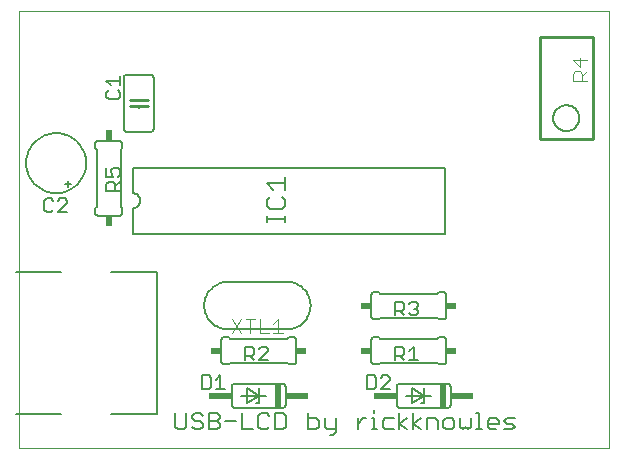
<source format=gto>
G75*
G70*
%OFA0B0*%
%FSLAX24Y24*%
%IPPOS*%
%LPD*%
%AMOC8*
5,1,8,0,0,1.08239X$1,22.5*
%
%ADD10C,0.0000*%
%ADD11C,0.0050*%
%ADD12C,0.0060*%
%ADD13R,0.0340X0.0240*%
%ADD14C,0.0040*%
%ADD15C,0.0070*%
%ADD16C,0.0100*%
%ADD17R,0.0200X0.0800*%
%ADD18R,0.0750X0.0200*%
%ADD19R,0.0240X0.0340*%
%ADD20C,0.0080*%
D10*
X001774Y000181D02*
X001774Y014748D01*
X021459Y014748D01*
X021459Y000181D01*
X001774Y000181D01*
D11*
X006999Y000898D02*
X007091Y000806D01*
X007274Y000806D01*
X007366Y000898D01*
X007366Y001357D01*
X007551Y001265D02*
X007551Y001173D01*
X007643Y001082D01*
X007826Y001082D01*
X007918Y000990D01*
X007918Y000898D01*
X007826Y000806D01*
X007643Y000806D01*
X007551Y000898D01*
X007551Y001265D02*
X007643Y001357D01*
X007826Y001357D01*
X007918Y001265D01*
X008104Y001357D02*
X008379Y001357D01*
X008471Y001265D01*
X008471Y001173D01*
X008379Y001082D01*
X008104Y001082D01*
X008379Y001082D02*
X008471Y000990D01*
X008471Y000898D01*
X008379Y000806D01*
X008104Y000806D01*
X008104Y001357D01*
X008656Y001082D02*
X009023Y001082D01*
X009209Y001357D02*
X009209Y000806D01*
X009576Y000806D01*
X009761Y000898D02*
X009853Y000806D01*
X010036Y000806D01*
X010128Y000898D01*
X010314Y000806D02*
X010589Y000806D01*
X010680Y000898D01*
X010680Y001265D01*
X010589Y001357D01*
X010314Y001357D01*
X010314Y000806D01*
X010128Y001265D02*
X010036Y001357D01*
X009853Y001357D01*
X009761Y001265D01*
X009761Y000898D01*
X011418Y000806D02*
X011694Y000806D01*
X011785Y000898D01*
X011785Y001082D01*
X011694Y001173D01*
X011418Y001173D01*
X011418Y001357D02*
X011418Y000806D01*
X011971Y000898D02*
X012063Y000806D01*
X012338Y000806D01*
X012338Y000715D02*
X012246Y000623D01*
X012154Y000623D01*
X012338Y000715D02*
X012338Y001173D01*
X011971Y001173D02*
X011971Y000898D01*
X013076Y000806D02*
X013076Y001173D01*
X013076Y000990D02*
X013259Y001173D01*
X013351Y001173D01*
X013536Y001173D02*
X013628Y001173D01*
X013628Y000806D01*
X013536Y000806D02*
X013720Y000806D01*
X013904Y000898D02*
X013996Y000806D01*
X014271Y000806D01*
X014457Y000806D02*
X014457Y001357D01*
X014271Y001173D02*
X013996Y001173D01*
X013904Y001082D01*
X013904Y000898D01*
X014457Y000990D02*
X014732Y001173D01*
X014917Y000990D02*
X015192Y001173D01*
X015378Y001173D02*
X015653Y001173D01*
X015744Y001082D01*
X015744Y000806D01*
X015930Y000898D02*
X016022Y000806D01*
X016205Y000806D01*
X016297Y000898D01*
X016297Y001082D01*
X016205Y001173D01*
X016022Y001173D01*
X015930Y001082D01*
X015930Y000898D01*
X016482Y000898D02*
X016574Y000806D01*
X016666Y000898D01*
X016758Y000806D01*
X016849Y000898D01*
X016849Y001173D01*
X017035Y001357D02*
X017127Y001357D01*
X017127Y000806D01*
X017218Y000806D02*
X017035Y000806D01*
X017403Y000898D02*
X017403Y001082D01*
X017495Y001173D01*
X017678Y001173D01*
X017770Y001082D01*
X017770Y000990D01*
X017403Y000990D01*
X017403Y000898D02*
X017495Y000806D01*
X017678Y000806D01*
X017956Y000806D02*
X018231Y000806D01*
X018323Y000898D01*
X018231Y000990D01*
X018047Y000990D01*
X017956Y001082D01*
X018047Y001173D01*
X018323Y001173D01*
X016482Y001173D02*
X016482Y000898D01*
X015378Y000806D02*
X015378Y001173D01*
X015192Y000806D02*
X014917Y000990D01*
X014917Y000806D02*
X014917Y001357D01*
X014732Y000806D02*
X014457Y000990D01*
X013628Y001357D02*
X013628Y001449D01*
X013603Y002156D02*
X013378Y002156D01*
X013378Y002607D01*
X013603Y002607D01*
X013678Y002532D01*
X013678Y002231D01*
X013603Y002156D01*
X013838Y002156D02*
X014139Y002457D01*
X014139Y002532D01*
X014064Y002607D01*
X013914Y002607D01*
X013838Y002532D01*
X013838Y002156D02*
X014139Y002156D01*
X014328Y003106D02*
X014328Y003557D01*
X014553Y003557D01*
X014628Y003482D01*
X014628Y003332D01*
X014553Y003257D01*
X014328Y003257D01*
X014478Y003257D02*
X014628Y003106D01*
X014788Y003106D02*
X015089Y003106D01*
X014939Y003106D02*
X014939Y003557D01*
X014788Y003407D01*
X014864Y004606D02*
X014788Y004681D01*
X014864Y004606D02*
X015014Y004606D01*
X015089Y004681D01*
X015089Y004757D01*
X015014Y004832D01*
X014939Y004832D01*
X015014Y004832D02*
X015089Y004907D01*
X015089Y004982D01*
X015014Y005057D01*
X014864Y005057D01*
X014788Y004982D01*
X014628Y004982D02*
X014628Y004832D01*
X014553Y004757D01*
X014328Y004757D01*
X014478Y004757D02*
X014628Y004606D01*
X014328Y004606D02*
X014328Y005057D01*
X014553Y005057D01*
X014628Y004982D01*
X010719Y005718D02*
X010774Y005716D01*
X010829Y005710D01*
X010883Y005701D01*
X010936Y005688D01*
X010988Y005671D01*
X011039Y005650D01*
X011088Y005626D01*
X011136Y005598D01*
X011182Y005568D01*
X011225Y005534D01*
X011266Y005497D01*
X011304Y005458D01*
X011339Y005416D01*
X011371Y005371D01*
X011401Y005325D01*
X011426Y005276D01*
X011449Y005226D01*
X011467Y005174D01*
X011483Y005121D01*
X011494Y005068D01*
X011502Y005013D01*
X011506Y004958D01*
X011506Y004904D01*
X011502Y004849D01*
X011494Y004794D01*
X011483Y004741D01*
X011467Y004688D01*
X011449Y004636D01*
X011426Y004586D01*
X011401Y004538D01*
X011371Y004491D01*
X011339Y004446D01*
X011304Y004404D01*
X011266Y004365D01*
X011225Y004328D01*
X011182Y004294D01*
X011136Y004264D01*
X011088Y004236D01*
X011039Y004212D01*
X010988Y004191D01*
X010936Y004174D01*
X010883Y004161D01*
X010829Y004152D01*
X010774Y004146D01*
X010719Y004144D01*
X008750Y004144D01*
X009328Y003557D02*
X009553Y003557D01*
X009628Y003482D01*
X009628Y003332D01*
X009553Y003257D01*
X009328Y003257D01*
X009478Y003257D02*
X009628Y003106D01*
X009788Y003106D02*
X010089Y003407D01*
X010089Y003482D01*
X010014Y003557D01*
X009864Y003557D01*
X009788Y003482D01*
X009788Y003106D02*
X010089Y003106D01*
X009328Y003106D02*
X009328Y003557D01*
X008489Y002607D02*
X008489Y002156D01*
X008639Y002156D02*
X008338Y002156D01*
X008178Y002231D02*
X008178Y002532D01*
X008103Y002607D01*
X007878Y002607D01*
X007878Y002156D01*
X008103Y002156D01*
X008178Y002231D01*
X008338Y002457D02*
X008489Y002607D01*
X006999Y001357D02*
X006999Y000898D01*
X008750Y004144D02*
X008695Y004146D01*
X008640Y004152D01*
X008586Y004161D01*
X008533Y004174D01*
X008481Y004191D01*
X008430Y004212D01*
X008381Y004236D01*
X008333Y004264D01*
X008287Y004294D01*
X008244Y004328D01*
X008203Y004365D01*
X008165Y004404D01*
X008130Y004446D01*
X008098Y004491D01*
X008068Y004537D01*
X008043Y004586D01*
X008020Y004636D01*
X008002Y004688D01*
X007986Y004741D01*
X007975Y004794D01*
X007967Y004849D01*
X007963Y004904D01*
X007963Y004958D01*
X007967Y005013D01*
X007975Y005068D01*
X007986Y005121D01*
X008002Y005174D01*
X008020Y005226D01*
X008043Y005276D01*
X008068Y005324D01*
X008098Y005371D01*
X008130Y005416D01*
X008165Y005458D01*
X008203Y005497D01*
X008244Y005534D01*
X008287Y005568D01*
X008333Y005598D01*
X008381Y005626D01*
X008430Y005650D01*
X008481Y005671D01*
X008533Y005688D01*
X008586Y005701D01*
X008640Y005710D01*
X008695Y005716D01*
X008750Y005718D01*
X008750Y005719D02*
X010719Y005719D01*
X005149Y008756D02*
X004699Y008756D01*
X004699Y008982D01*
X004774Y009057D01*
X004924Y009057D01*
X004999Y008982D01*
X004999Y008756D01*
X004999Y008907D02*
X005149Y009057D01*
X005074Y009217D02*
X005149Y009292D01*
X005149Y009442D01*
X005074Y009517D01*
X004924Y009517D01*
X004849Y009442D01*
X004849Y009367D01*
X004924Y009217D01*
X004699Y009217D01*
X004699Y009517D01*
X003389Y008432D02*
X003314Y008507D01*
X003164Y008507D01*
X003088Y008432D01*
X002928Y008432D02*
X002853Y008507D01*
X002703Y008507D01*
X002628Y008432D01*
X002628Y008131D01*
X002703Y008056D01*
X002853Y008056D01*
X002928Y008131D01*
X003088Y008056D02*
X003389Y008357D01*
X003389Y008432D01*
X003389Y008056D02*
X003088Y008056D01*
X004774Y011806D02*
X005074Y011806D01*
X005149Y011881D01*
X005149Y012032D01*
X005074Y012107D01*
X005149Y012267D02*
X005149Y012567D01*
X005149Y012417D02*
X004699Y012417D01*
X004849Y012267D01*
X004774Y012107D02*
X004699Y012032D01*
X004699Y011881D01*
X004774Y011806D01*
D12*
X005274Y012531D02*
X005274Y010831D01*
X005276Y010814D01*
X005280Y010797D01*
X005287Y010781D01*
X005297Y010767D01*
X005310Y010754D01*
X005324Y010744D01*
X005340Y010737D01*
X005357Y010733D01*
X005374Y010731D01*
X006174Y010731D01*
X006191Y010733D01*
X006208Y010737D01*
X006224Y010744D01*
X006238Y010754D01*
X006251Y010767D01*
X006261Y010781D01*
X006268Y010797D01*
X006272Y010814D01*
X006274Y010831D01*
X006274Y012531D01*
X006272Y012548D01*
X006268Y012565D01*
X006261Y012581D01*
X006251Y012595D01*
X006238Y012608D01*
X006224Y012618D01*
X006208Y012625D01*
X006191Y012629D01*
X006174Y012631D01*
X005374Y012631D01*
X005357Y012629D01*
X005340Y012625D01*
X005324Y012618D01*
X005310Y012608D01*
X005297Y012595D01*
X005287Y012581D01*
X005280Y012565D01*
X005276Y012548D01*
X005274Y012531D01*
X005774Y011831D02*
X005774Y011781D01*
X005774Y011581D02*
X005774Y011531D01*
X005124Y010431D02*
X004424Y010431D01*
X004407Y010429D01*
X004390Y010425D01*
X004374Y010418D01*
X004360Y010408D01*
X004347Y010395D01*
X004337Y010381D01*
X004330Y010365D01*
X004326Y010348D01*
X004324Y010331D01*
X004324Y010181D01*
X004374Y010131D01*
X004374Y008231D01*
X004324Y008181D01*
X004324Y008031D01*
X004326Y008014D01*
X004330Y007997D01*
X004337Y007981D01*
X004347Y007967D01*
X004360Y007954D01*
X004374Y007944D01*
X004390Y007937D01*
X004407Y007933D01*
X004424Y007931D01*
X005124Y007931D01*
X005141Y007933D01*
X005158Y007937D01*
X005174Y007944D01*
X005188Y007954D01*
X005201Y007967D01*
X005211Y007981D01*
X005218Y007997D01*
X005222Y008014D01*
X005224Y008031D01*
X005224Y008181D01*
X005174Y008231D01*
X005174Y010131D01*
X005224Y010181D01*
X005224Y010331D01*
X005222Y010348D01*
X005218Y010365D01*
X005211Y010381D01*
X005201Y010395D01*
X005188Y010408D01*
X005174Y010418D01*
X005158Y010425D01*
X005141Y010429D01*
X005124Y010431D01*
X005574Y009531D02*
X015974Y009531D01*
X015974Y007331D01*
X005574Y007331D01*
X005574Y008181D01*
X005604Y008183D01*
X005634Y008188D01*
X005663Y008197D01*
X005690Y008210D01*
X005716Y008225D01*
X005740Y008244D01*
X005761Y008265D01*
X005780Y008289D01*
X005795Y008315D01*
X005808Y008342D01*
X005817Y008371D01*
X005822Y008401D01*
X005824Y008431D01*
X005822Y008461D01*
X005817Y008491D01*
X005808Y008520D01*
X005795Y008547D01*
X005780Y008573D01*
X005761Y008597D01*
X005740Y008618D01*
X005716Y008637D01*
X005690Y008652D01*
X005663Y008665D01*
X005634Y008674D01*
X005604Y008679D01*
X005574Y008681D01*
X005574Y009531D01*
X003524Y008981D02*
X003324Y008981D01*
X003424Y009081D02*
X003424Y008881D01*
X002024Y009681D02*
X002026Y009744D01*
X002032Y009806D01*
X002042Y009868D01*
X002055Y009930D01*
X002073Y009990D01*
X002094Y010049D01*
X002119Y010107D01*
X002148Y010163D01*
X002180Y010217D01*
X002215Y010269D01*
X002253Y010318D01*
X002295Y010366D01*
X002339Y010410D01*
X002387Y010452D01*
X002436Y010490D01*
X002488Y010525D01*
X002542Y010557D01*
X002598Y010586D01*
X002656Y010611D01*
X002715Y010632D01*
X002775Y010650D01*
X002837Y010663D01*
X002899Y010673D01*
X002961Y010679D01*
X003024Y010681D01*
X003087Y010679D01*
X003149Y010673D01*
X003211Y010663D01*
X003273Y010650D01*
X003333Y010632D01*
X003392Y010611D01*
X003450Y010586D01*
X003506Y010557D01*
X003560Y010525D01*
X003612Y010490D01*
X003661Y010452D01*
X003709Y010410D01*
X003753Y010366D01*
X003795Y010318D01*
X003833Y010269D01*
X003868Y010217D01*
X003900Y010163D01*
X003929Y010107D01*
X003954Y010049D01*
X003975Y009990D01*
X003993Y009930D01*
X004006Y009868D01*
X004016Y009806D01*
X004022Y009744D01*
X004024Y009681D01*
X004022Y009618D01*
X004016Y009556D01*
X004006Y009494D01*
X003993Y009432D01*
X003975Y009372D01*
X003954Y009313D01*
X003929Y009255D01*
X003900Y009199D01*
X003868Y009145D01*
X003833Y009093D01*
X003795Y009044D01*
X003753Y008996D01*
X003709Y008952D01*
X003661Y008910D01*
X003612Y008872D01*
X003560Y008837D01*
X003506Y008805D01*
X003450Y008776D01*
X003392Y008751D01*
X003333Y008730D01*
X003273Y008712D01*
X003211Y008699D01*
X003149Y008689D01*
X003087Y008683D01*
X003024Y008681D01*
X002961Y008683D01*
X002899Y008689D01*
X002837Y008699D01*
X002775Y008712D01*
X002715Y008730D01*
X002656Y008751D01*
X002598Y008776D01*
X002542Y008805D01*
X002488Y008837D01*
X002436Y008872D01*
X002387Y008910D01*
X002339Y008952D01*
X002295Y008996D01*
X002253Y009044D01*
X002215Y009093D01*
X002180Y009145D01*
X002148Y009199D01*
X002119Y009255D01*
X002094Y009313D01*
X002073Y009372D01*
X002055Y009432D01*
X002042Y009494D01*
X002032Y009556D01*
X002026Y009618D01*
X002024Y009681D01*
X008624Y003881D02*
X008774Y003881D01*
X008824Y003831D01*
X010724Y003831D01*
X010774Y003881D01*
X010924Y003881D01*
X010941Y003879D01*
X010958Y003875D01*
X010974Y003868D01*
X010988Y003858D01*
X011001Y003845D01*
X011011Y003831D01*
X011018Y003815D01*
X011022Y003798D01*
X011024Y003781D01*
X011024Y003081D01*
X011022Y003064D01*
X011018Y003047D01*
X011011Y003031D01*
X011001Y003017D01*
X010988Y003004D01*
X010974Y002994D01*
X010958Y002987D01*
X010941Y002983D01*
X010924Y002981D01*
X010774Y002981D01*
X010724Y003031D01*
X008824Y003031D01*
X008774Y002981D01*
X008624Y002981D01*
X008607Y002983D01*
X008590Y002987D01*
X008574Y002994D01*
X008560Y003004D01*
X008547Y003017D01*
X008537Y003031D01*
X008530Y003047D01*
X008526Y003064D01*
X008524Y003081D01*
X008524Y003781D01*
X008526Y003798D01*
X008530Y003815D01*
X008537Y003831D01*
X008547Y003845D01*
X008560Y003858D01*
X008574Y003868D01*
X008590Y003875D01*
X008607Y003879D01*
X008624Y003881D01*
X008974Y002331D02*
X010574Y002331D01*
X010591Y002329D01*
X010608Y002325D01*
X010624Y002318D01*
X010638Y002308D01*
X010651Y002295D01*
X010661Y002281D01*
X010668Y002265D01*
X010672Y002248D01*
X010674Y002231D01*
X010674Y001631D01*
X010672Y001614D01*
X010668Y001597D01*
X010661Y001581D01*
X010651Y001567D01*
X010638Y001554D01*
X010624Y001544D01*
X010608Y001537D01*
X010591Y001533D01*
X010574Y001531D01*
X008974Y001531D01*
X008957Y001533D01*
X008940Y001537D01*
X008924Y001544D01*
X008910Y001554D01*
X008897Y001567D01*
X008887Y001581D01*
X008880Y001597D01*
X008876Y001614D01*
X008874Y001631D01*
X008874Y002231D01*
X008876Y002248D01*
X008880Y002265D01*
X008887Y002281D01*
X008897Y002295D01*
X008910Y002308D01*
X008924Y002318D01*
X008940Y002325D01*
X008957Y002329D01*
X008974Y002331D01*
X009374Y002181D02*
X009774Y001931D01*
X009774Y001681D01*
X009674Y001681D01*
X009774Y001931D02*
X009774Y002181D01*
X009774Y001931D02*
X009374Y001681D01*
X009374Y002181D01*
X009174Y001931D02*
X009774Y001931D01*
X010024Y001931D01*
X013524Y003081D02*
X013524Y003781D01*
X013526Y003798D01*
X013530Y003815D01*
X013537Y003831D01*
X013547Y003845D01*
X013560Y003858D01*
X013574Y003868D01*
X013590Y003875D01*
X013607Y003879D01*
X013624Y003881D01*
X013774Y003881D01*
X013824Y003831D01*
X015724Y003831D01*
X015774Y003881D01*
X015924Y003881D01*
X015941Y003879D01*
X015958Y003875D01*
X015974Y003868D01*
X015988Y003858D01*
X016001Y003845D01*
X016011Y003831D01*
X016018Y003815D01*
X016022Y003798D01*
X016024Y003781D01*
X016024Y003081D01*
X016022Y003064D01*
X016018Y003047D01*
X016011Y003031D01*
X016001Y003017D01*
X015988Y003004D01*
X015974Y002994D01*
X015958Y002987D01*
X015941Y002983D01*
X015924Y002981D01*
X015774Y002981D01*
X015724Y003031D01*
X013824Y003031D01*
X013774Y002981D01*
X013624Y002981D01*
X013607Y002983D01*
X013590Y002987D01*
X013574Y002994D01*
X013560Y003004D01*
X013547Y003017D01*
X013537Y003031D01*
X013530Y003047D01*
X013526Y003064D01*
X013524Y003081D01*
X014474Y002331D02*
X016074Y002331D01*
X016091Y002329D01*
X016108Y002325D01*
X016124Y002318D01*
X016138Y002308D01*
X016151Y002295D01*
X016161Y002281D01*
X016168Y002265D01*
X016172Y002248D01*
X016174Y002231D01*
X016174Y001631D01*
X016172Y001614D01*
X016168Y001597D01*
X016161Y001581D01*
X016151Y001567D01*
X016138Y001554D01*
X016124Y001544D01*
X016108Y001537D01*
X016091Y001533D01*
X016074Y001531D01*
X014474Y001531D01*
X014457Y001533D01*
X014440Y001537D01*
X014424Y001544D01*
X014410Y001554D01*
X014397Y001567D01*
X014387Y001581D01*
X014380Y001597D01*
X014376Y001614D01*
X014374Y001631D01*
X014374Y002231D01*
X014376Y002248D01*
X014380Y002265D01*
X014387Y002281D01*
X014397Y002295D01*
X014410Y002308D01*
X014424Y002318D01*
X014440Y002325D01*
X014457Y002329D01*
X014474Y002331D01*
X014874Y002181D02*
X015274Y001931D01*
X015274Y001681D01*
X015174Y001681D01*
X015274Y001931D02*
X015274Y002181D01*
X015274Y001931D02*
X014874Y001681D01*
X014874Y002181D01*
X014674Y001931D02*
X015274Y001931D01*
X015524Y001931D01*
X015774Y004481D02*
X015724Y004531D01*
X013824Y004531D01*
X013774Y004481D01*
X013624Y004481D01*
X013607Y004483D01*
X013590Y004487D01*
X013574Y004494D01*
X013560Y004504D01*
X013547Y004517D01*
X013537Y004531D01*
X013530Y004547D01*
X013526Y004564D01*
X013524Y004581D01*
X013524Y005281D01*
X013526Y005298D01*
X013530Y005315D01*
X013537Y005331D01*
X013547Y005345D01*
X013560Y005358D01*
X013574Y005368D01*
X013590Y005375D01*
X013607Y005379D01*
X013624Y005381D01*
X013774Y005381D01*
X013824Y005331D01*
X015724Y005331D01*
X015774Y005381D01*
X015924Y005381D01*
X015941Y005379D01*
X015958Y005375D01*
X015974Y005368D01*
X015988Y005358D01*
X016001Y005345D01*
X016011Y005331D01*
X016018Y005315D01*
X016022Y005298D01*
X016024Y005281D01*
X016024Y004581D01*
X016022Y004564D01*
X016018Y004547D01*
X016011Y004531D01*
X016001Y004517D01*
X015988Y004504D01*
X015974Y004494D01*
X015958Y004487D01*
X015941Y004483D01*
X015924Y004481D01*
X015774Y004481D01*
X019590Y011177D02*
X019592Y011218D01*
X019598Y011259D01*
X019608Y011299D01*
X019621Y011338D01*
X019638Y011376D01*
X019659Y011412D01*
X019683Y011445D01*
X019710Y011476D01*
X019740Y011505D01*
X019772Y011531D01*
X019807Y011553D01*
X019844Y011572D01*
X019882Y011587D01*
X019922Y011599D01*
X019962Y011607D01*
X020003Y011611D01*
X020045Y011611D01*
X020086Y011607D01*
X020126Y011599D01*
X020166Y011587D01*
X020204Y011572D01*
X020241Y011553D01*
X020276Y011531D01*
X020308Y011505D01*
X020338Y011476D01*
X020365Y011445D01*
X020389Y011412D01*
X020410Y011376D01*
X020427Y011338D01*
X020440Y011299D01*
X020450Y011259D01*
X020456Y011218D01*
X020458Y011177D01*
X020456Y011136D01*
X020450Y011095D01*
X020440Y011055D01*
X020427Y011016D01*
X020410Y010978D01*
X020389Y010942D01*
X020365Y010909D01*
X020338Y010878D01*
X020308Y010849D01*
X020276Y010823D01*
X020241Y010801D01*
X020204Y010782D01*
X020166Y010767D01*
X020126Y010755D01*
X020086Y010747D01*
X020045Y010743D01*
X020003Y010743D01*
X019962Y010747D01*
X019922Y010755D01*
X019882Y010767D01*
X019844Y010782D01*
X019807Y010801D01*
X019772Y010823D01*
X019740Y010849D01*
X019710Y010878D01*
X019683Y010909D01*
X019659Y010942D01*
X019638Y010978D01*
X019621Y011016D01*
X019608Y011055D01*
X019598Y011095D01*
X019592Y011136D01*
X019590Y011177D01*
D13*
X016194Y004931D03*
X016194Y003431D03*
X013354Y003431D03*
X011194Y003431D03*
X013354Y004931D03*
X008354Y003431D03*
D14*
X008883Y004020D02*
X009190Y004481D01*
X009344Y004481D02*
X009651Y004481D01*
X009804Y004481D02*
X009804Y004020D01*
X010111Y004020D01*
X010264Y004020D02*
X010571Y004020D01*
X010418Y004020D02*
X010418Y004481D01*
X010264Y004327D01*
X009497Y004481D02*
X009497Y004020D01*
X009190Y004020D02*
X008883Y004481D01*
X020250Y012430D02*
X020250Y012660D01*
X020327Y012737D01*
X020480Y012737D01*
X020557Y012660D01*
X020557Y012430D01*
X020557Y012583D02*
X020711Y012737D01*
X020480Y012890D02*
X020480Y013197D01*
X020250Y013120D02*
X020480Y012890D01*
X020711Y013120D02*
X020250Y013120D01*
X020250Y012430D02*
X020711Y012430D01*
D15*
X010669Y009211D02*
X010669Y008791D01*
X010564Y008566D02*
X010669Y008461D01*
X010669Y008251D01*
X010564Y008146D01*
X010143Y008146D01*
X010038Y008251D01*
X010038Y008461D01*
X010143Y008566D01*
X010249Y008791D02*
X010038Y009001D01*
X010669Y009001D01*
X010669Y007927D02*
X010669Y007716D01*
X010669Y007821D02*
X010038Y007821D01*
X010038Y007716D02*
X010038Y007927D01*
D16*
X006074Y011581D02*
X005774Y011581D01*
X005474Y011581D01*
X005474Y011781D02*
X005774Y011781D01*
X006074Y011781D01*
X019138Y010469D02*
X019138Y013894D01*
X020910Y013894D01*
X020910Y010469D01*
X019138Y010469D01*
D17*
X015924Y001931D03*
X010424Y001931D03*
D18*
X011049Y001931D03*
X008499Y001931D03*
X013999Y001931D03*
X016549Y001931D03*
D19*
X004774Y007761D03*
X004774Y010601D03*
D20*
X004838Y006044D02*
X006373Y006044D01*
X006373Y001319D01*
X004838Y001319D01*
X003184Y001319D02*
X001688Y001319D01*
X001688Y006044D02*
X003184Y006044D01*
M02*

</source>
